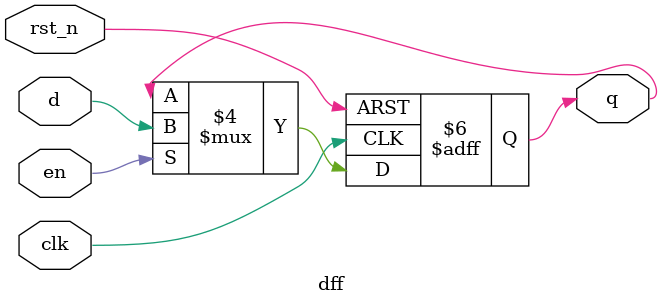
<source format=v>
module dff(q, d, en, rst_n, clk);
	input d, en, rst_n, clk;
	output reg q;

	always @(posedge clk, negedge rst_n) begin
		if(rst_n == 1'b0)
			q <= 0;
		else begin
			if(en) q <= d;
			else q <= q;
		end
	end

endmodule
</source>
